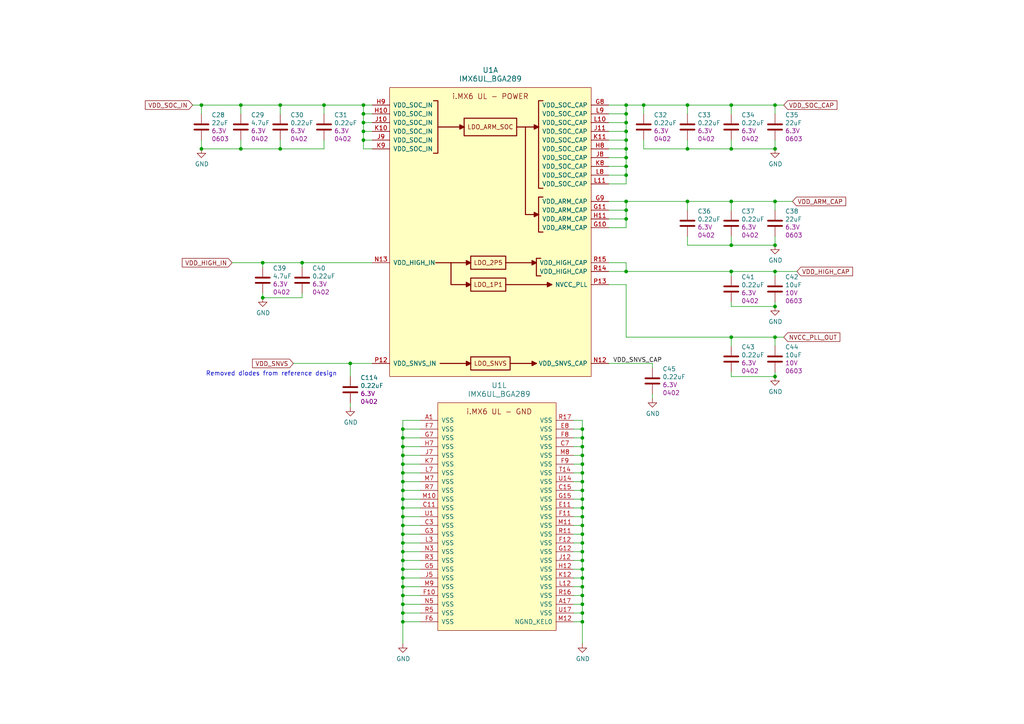
<source format=kicad_sch>
(kicad_sch (version 20211123) (generator eeschema)
  (paper "A4")
  (junction (at 224.79 78.74))
  (junction (at 105.41 40.64))
  (junction (at 116.84 170.18))
  (junction (at 224.79 43.18))
  (junction (at 105.41 35.56))
  (junction (at 199.39 43.18))
  (junction (at 116.84 139.7))
  (junction (at 116.84 147.32))
  (junction (at 105.41 30.48))
  (junction (at 116.84 144.78))
  (junction (at 212.09 30.48))
  (junction (at 181.61 78.74))
  (junction (at 105.41 38.1))
  (junction (at 116.84 162.56))
  (junction (at 168.91 147.32))
  (junction (at 168.91 172.72))
  (junction (at 116.84 157.48))
  (junction (at 168.91 142.24))
  (junction (at 116.84 154.94))
  (junction (at 199.39 30.48))
  (junction (at 116.84 180.34))
  (junction (at 224.79 88.9))
  (junction (at 81.28 43.18))
  (junction (at 168.91 157.48))
  (junction (at 181.61 60.96))
  (junction (at 116.84 149.86))
  (junction (at 168.91 154.94))
  (junction (at 168.91 132.08))
  (junction (at 168.91 170.18))
  (junction (at 168.91 165.1))
  (junction (at 168.91 152.4))
  (junction (at 168.91 162.56))
  (junction (at 181.61 40.64))
  (junction (at 116.84 142.24))
  (junction (at 168.91 144.78))
  (junction (at 76.2 76.2))
  (junction (at 186.69 30.48))
  (junction (at 224.79 109.22))
  (junction (at 116.84 175.26))
  (junction (at 116.84 134.62))
  (junction (at 168.91 134.62))
  (junction (at 116.84 167.64))
  (junction (at 93.98 30.48))
  (junction (at 168.91 129.54))
  (junction (at 168.91 167.64))
  (junction (at 87.63 76.2))
  (junction (at 116.84 160.02))
  (junction (at 116.84 129.54))
  (junction (at 168.91 175.26))
  (junction (at 224.79 58.42))
  (junction (at 76.2 86.36))
  (junction (at 212.09 97.79))
  (junction (at 168.91 137.16))
  (junction (at 168.91 180.34))
  (junction (at 181.61 45.72))
  (junction (at 212.09 58.42))
  (junction (at 181.61 30.48))
  (junction (at 116.84 177.8))
  (junction (at 224.79 30.48))
  (junction (at 116.84 132.08))
  (junction (at 69.85 43.18))
  (junction (at 116.84 127))
  (junction (at 168.91 124.46))
  (junction (at 181.61 48.26))
  (junction (at 69.85 30.48))
  (junction (at 116.84 124.46))
  (junction (at 168.91 177.8))
  (junction (at 168.91 160.02))
  (junction (at 212.09 43.18))
  (junction (at 58.42 30.48))
  (junction (at 116.84 165.1))
  (junction (at 224.79 71.12))
  (junction (at 224.79 97.79))
  (junction (at 168.91 139.7))
  (junction (at 199.39 58.42))
  (junction (at 212.09 71.12))
  (junction (at 101.6 105.41))
  (junction (at 181.61 58.42))
  (junction (at 212.09 78.74))
  (junction (at 181.61 43.18))
  (junction (at 105.41 33.02))
  (junction (at 116.84 152.4))
  (junction (at 116.84 172.72))
  (junction (at 116.84 137.16))
  (junction (at 181.61 50.8))
  (junction (at 58.42 43.18))
  (junction (at 181.61 33.02))
  (junction (at 81.28 30.48))
  (junction (at 168.91 127))
  (junction (at 181.61 63.5))
  (junction (at 181.61 35.56))
  (junction (at 168.91 149.86))
  (junction (at 181.61 38.1))
  (wire (pts (xy 212.09 97.79) (xy 212.09 100.33)))
  (wire (pts (xy 166.37 162.56) (xy 168.91 162.56)))
  (wire (pts (xy 168.91 149.86) (xy 168.91 152.4)))
  (wire (pts (xy 166.37 127) (xy 168.91 127)))
  (wire (pts (xy 224.79 30.48) (xy 227.33 30.48)))
  (wire (pts (xy 116.84 134.62) (xy 116.84 137.16)))
  (wire (pts (xy 121.92 149.86) (xy 116.84 149.86)))
  (wire (pts (xy 116.84 152.4) (xy 121.92 152.4)))
  (wire (pts (xy 181.61 82.55) (xy 181.61 97.79)))
  (wire (pts (xy 105.41 33.02) (xy 107.95 33.02)))
  (wire (pts (xy 116.84 172.72) (xy 121.92 172.72)))
  (wire (pts (xy 181.61 33.02) (xy 181.61 35.56)))
  (wire (pts (xy 168.91 165.1) (xy 168.91 167.64)))
  (wire (pts (xy 199.39 30.48) (xy 212.09 30.48)))
  (wire (pts (xy 176.53 58.42) (xy 181.61 58.42)))
  (wire (pts (xy 224.79 109.22) (xy 224.79 107.95)))
  (wire (pts (xy 181.61 58.42) (xy 181.61 60.96)))
  (wire (pts (xy 168.91 147.32) (xy 168.91 149.86)))
  (wire (pts (xy 166.37 124.46) (xy 168.91 124.46)))
  (wire (pts (xy 212.09 43.18) (xy 224.79 43.18)))
  (wire (pts (xy 93.98 33.02) (xy 93.98 30.48)))
  (wire (pts (xy 116.84 121.92) (xy 116.84 124.46)))
  (wire (pts (xy 116.84 167.64) (xy 121.92 167.64)))
  (wire (pts (xy 116.84 162.56) (xy 121.92 162.56)))
  (wire (pts (xy 107.95 38.1) (xy 105.41 38.1)))
  (wire (pts (xy 176.53 82.55) (xy 181.61 82.55)))
  (wire (pts (xy 116.84 142.24) (xy 121.92 142.24)))
  (wire (pts (xy 224.79 30.48) (xy 224.79 33.02)))
  (wire (pts (xy 186.69 40.64) (xy 186.69 43.18)))
  (wire (pts (xy 116.84 162.56) (xy 116.84 165.1)))
  (wire (pts (xy 105.41 33.02) (xy 105.41 35.56)))
  (wire (pts (xy 224.79 43.18) (xy 224.79 40.64)))
  (wire (pts (xy 212.09 58.42) (xy 212.09 60.96)))
  (wire (pts (xy 212.09 71.12) (xy 224.79 71.12)))
  (wire (pts (xy 199.39 71.12) (xy 212.09 71.12)))
  (wire (pts (xy 76.2 76.2) (xy 76.2 77.47)))
  (wire (pts (xy 168.91 177.8) (xy 168.91 180.34)))
  (wire (pts (xy 166.37 139.7) (xy 168.91 139.7)))
  (wire (pts (xy 121.92 121.92) (xy 116.84 121.92)))
  (wire (pts (xy 212.09 68.58) (xy 212.09 71.12)))
  (wire (pts (xy 69.85 43.18) (xy 58.42 43.18)))
  (wire (pts (xy 212.09 109.22) (xy 224.79 109.22)))
  (wire (pts (xy 181.61 78.74) (xy 212.09 78.74)))
  (wire (pts (xy 212.09 58.42) (xy 224.79 58.42)))
  (wire (pts (xy 212.09 78.74) (xy 212.09 80.01)))
  (wire (pts (xy 166.37 149.86) (xy 168.91 149.86)))
  (wire (pts (xy 116.84 172.72) (xy 116.84 175.26)))
  (wire (pts (xy 168.91 172.72) (xy 168.91 175.26)))
  (wire (pts (xy 166.37 180.34) (xy 168.91 180.34)))
  (wire (pts (xy 81.28 30.48) (xy 81.28 33.02)))
  (wire (pts (xy 116.84 180.34) (xy 121.92 180.34)))
  (wire (pts (xy 181.61 76.2) (xy 181.61 78.74)))
  (wire (pts (xy 116.84 127) (xy 116.84 129.54)))
  (wire (pts (xy 168.91 175.26) (xy 168.91 177.8)))
  (wire (pts (xy 121.92 129.54) (xy 116.84 129.54)))
  (wire (pts (xy 176.53 105.41) (xy 189.23 105.41)))
  (wire (pts (xy 69.85 30.48) (xy 69.85 33.02)))
  (wire (pts (xy 176.53 45.72) (xy 181.61 45.72)))
  (wire (pts (xy 116.84 124.46) (xy 116.84 127)))
  (wire (pts (xy 101.6 105.41) (xy 107.95 105.41)))
  (wire (pts (xy 116.84 175.26) (xy 121.92 175.26)))
  (wire (pts (xy 212.09 78.74) (xy 224.79 78.74)))
  (wire (pts (xy 116.84 132.08) (xy 116.84 134.62)))
  (wire (pts (xy 224.79 71.12) (xy 224.79 68.58)))
  (wire (pts (xy 101.6 116.84) (xy 101.6 118.11)))
  (wire (pts (xy 176.53 48.26) (xy 181.61 48.26)))
  (wire (pts (xy 212.09 40.64) (xy 212.09 43.18)))
  (wire (pts (xy 116.84 127) (xy 121.92 127)))
  (wire (pts (xy 224.79 78.74) (xy 224.79 80.01)))
  (wire (pts (xy 186.69 30.48) (xy 199.39 30.48)))
  (wire (pts (xy 166.37 129.54) (xy 168.91 129.54)))
  (wire (pts (xy 166.37 142.24) (xy 168.91 142.24)))
  (wire (pts (xy 166.37 144.78) (xy 168.91 144.78)))
  (wire (pts (xy 166.37 167.64) (xy 168.91 167.64)))
  (wire (pts (xy 189.23 105.41) (xy 189.23 106.68)))
  (wire (pts (xy 116.84 157.48) (xy 121.92 157.48)))
  (wire (pts (xy 121.92 165.1) (xy 116.84 165.1)))
  (wire (pts (xy 55.88 30.48) (xy 58.42 30.48)))
  (wire (pts (xy 224.79 88.9) (xy 224.79 87.63)))
  (wire (pts (xy 176.53 35.56) (xy 181.61 35.56)))
  (wire (pts (xy 224.79 60.96) (xy 224.79 58.42)))
  (wire (pts (xy 168.91 162.56) (xy 168.91 165.1)))
  (wire (pts (xy 181.61 30.48) (xy 181.61 33.02)))
  (wire (pts (xy 76.2 76.2) (xy 87.63 76.2)))
  (wire (pts (xy 93.98 30.48) (xy 105.41 30.48)))
  (wire (pts (xy 116.84 177.8) (xy 116.84 180.34)))
  (wire (pts (xy 166.37 172.72) (xy 168.91 172.72)))
  (wire (pts (xy 76.2 86.36) (xy 87.63 86.36)))
  (wire (pts (xy 166.37 175.26) (xy 168.91 175.26)))
  (wire (pts (xy 87.63 85.09) (xy 87.63 86.36)))
  (wire (pts (xy 212.09 33.02) (xy 212.09 30.48)))
  (wire (pts (xy 181.61 45.72) (xy 181.61 48.26)))
  (wire (pts (xy 116.84 149.86) (xy 116.84 152.4)))
  (wire (pts (xy 69.85 30.48) (xy 81.28 30.48)))
  (wire (pts (xy 176.53 50.8) (xy 181.61 50.8)))
  (wire (pts (xy 166.37 137.16) (xy 168.91 137.16)))
  (wire (pts (xy 166.37 160.02) (xy 168.91 160.02)))
  (wire (pts (xy 116.84 180.34) (xy 116.84 186.69)))
  (wire (pts (xy 212.09 97.79) (xy 224.79 97.79)))
  (wire (pts (xy 168.91 134.62) (xy 168.91 137.16)))
  (wire (pts (xy 199.39 58.42) (xy 212.09 58.42)))
  (wire (pts (xy 181.61 48.26) (xy 181.61 50.8)))
  (wire (pts (xy 168.91 124.46) (xy 168.91 127)))
  (wire (pts (xy 87.63 76.2) (xy 87.63 77.47)))
  (wire (pts (xy 121.92 124.46) (xy 116.84 124.46)))
  (wire (pts (xy 199.39 58.42) (xy 199.39 60.96)))
  (wire (pts (xy 81.28 40.64) (xy 81.28 43.18)))
  (wire (pts (xy 105.41 40.64) (xy 105.41 43.18)))
  (wire (pts (xy 181.61 63.5) (xy 181.61 66.04)))
  (wire (pts (xy 116.84 137.16) (xy 116.84 139.7)))
  (wire (pts (xy 121.92 154.94) (xy 116.84 154.94)))
  (wire (pts (xy 212.09 107.95) (xy 212.09 109.22)))
  (wire (pts (xy 116.84 139.7) (xy 116.84 142.24)))
  (wire (pts (xy 176.53 30.48) (xy 181.61 30.48)))
  (wire (pts (xy 116.84 157.48) (xy 116.84 160.02)))
  (wire (pts (xy 168.91 180.34) (xy 168.91 186.69)))
  (wire (pts (xy 224.79 78.74) (xy 231.14 78.74)))
  (wire (pts (xy 181.61 78.74) (xy 176.53 78.74)))
  (wire (pts (xy 116.84 175.26) (xy 116.84 177.8)))
  (wire (pts (xy 168.91 160.02) (xy 168.91 162.56)))
  (wire (pts (xy 105.41 40.64) (xy 107.95 40.64)))
  (wire (pts (xy 116.84 165.1) (xy 116.84 167.64)))
  (wire (pts (xy 116.84 129.54) (xy 116.84 132.08)))
  (wire (pts (xy 181.61 38.1) (xy 181.61 40.64)))
  (wire (pts (xy 168.91 142.24) (xy 168.91 144.78)))
  (wire (pts (xy 116.84 154.94) (xy 116.84 157.48)))
  (wire (pts (xy 81.28 30.48) (xy 93.98 30.48)))
  (wire (pts (xy 168.91 157.48) (xy 168.91 160.02)))
  (wire (pts (xy 181.61 35.56) (xy 181.61 38.1)))
  (wire (pts (xy 168.91 139.7) (xy 168.91 142.24)))
  (wire (pts (xy 224.79 58.42) (xy 229.87 58.42)))
  (wire (pts (xy 176.53 38.1) (xy 181.61 38.1)))
  (wire (pts (xy 212.09 88.9) (xy 224.79 88.9)))
  (wire (pts (xy 181.61 58.42) (xy 199.39 58.42)))
  (wire (pts (xy 116.84 147.32) (xy 121.92 147.32)))
  (wire (pts (xy 116.84 170.18) (xy 116.84 172.72)))
  (wire (pts (xy 93.98 40.64) (xy 93.98 43.18)))
  (wire (pts (xy 181.61 66.04) (xy 176.53 66.04)))
  (wire (pts (xy 181.61 43.18) (xy 181.61 45.72)))
  (wire (pts (xy 101.6 105.41) (xy 101.6 109.22)))
  (wire (pts (xy 87.63 76.2) (xy 107.95 76.2)))
  (wire (pts (xy 85.09 105.41) (xy 101.6 105.41)))
  (wire (pts (xy 189.23 114.3) (xy 189.23 115.57)))
  (wire (pts (xy 168.91 167.64) (xy 168.91 170.18)))
  (wire (pts (xy 105.41 43.18) (xy 107.95 43.18)))
  (wire (pts (xy 116.84 142.24) (xy 116.84 144.78)))
  (wire (pts (xy 116.84 132.08) (xy 121.92 132.08)))
  (wire (pts (xy 166.37 157.48) (xy 168.91 157.48)))
  (wire (pts (xy 166.37 132.08) (xy 168.91 132.08)))
  (wire (pts (xy 181.61 60.96) (xy 181.61 63.5)))
  (wire (pts (xy 168.91 154.94) (xy 168.91 157.48)))
  (wire (pts (xy 166.37 170.18) (xy 168.91 170.18)))
  (wire (pts (xy 166.37 121.92) (xy 168.91 121.92)))
  (wire (pts (xy 121.92 139.7) (xy 116.84 139.7)))
  (wire (pts (xy 116.84 152.4) (xy 116.84 154.94)))
  (wire (pts (xy 107.95 30.48) (xy 105.41 30.48)))
  (wire (pts (xy 76.2 86.36) (xy 76.2 85.09)))
  (wire (pts (xy 116.84 177.8) (xy 121.92 177.8)))
  (wire (pts (xy 116.84 167.64) (xy 116.84 170.18)))
  (wire (pts (xy 67.31 76.2) (xy 76.2 76.2)))
  (wire (pts (xy 199.39 43.18) (xy 199.39 40.64)))
  (wire (pts (xy 176.53 43.18) (xy 181.61 43.18)))
  (wire (pts (xy 168.91 170.18) (xy 168.91 172.72)))
  (wire (pts (xy 176.53 60.96) (xy 181.61 60.96)))
  (wire (pts (xy 181.61 40.64) (xy 181.61 43.18)))
  (wire (pts (xy 105.41 35.56) (xy 105.41 38.1)))
  (wire (pts (xy 168.91 132.08) (xy 168.91 134.62)))
  (wire (pts (xy 105.41 30.48) (xy 105.41 33.02)))
  (wire (pts (xy 58.42 43.18) (xy 58.42 40.64)))
  (wire (pts (xy 181.61 97.79) (xy 212.09 97.79)))
  (wire (pts (xy 176.53 76.2) (xy 181.61 76.2)))
  (wire (pts (xy 168.91 144.78) (xy 168.91 147.32)))
  (wire (pts (xy 116.84 170.18) (xy 121.92 170.18)))
  (wire (pts (xy 166.37 165.1) (xy 168.91 165.1)))
  (wire (pts (xy 224.79 97.79) (xy 224.79 100.33)))
  (wire (pts (xy 166.37 152.4) (xy 168.91 152.4)))
  (wire (pts (xy 199.39 43.18) (xy 212.09 43.18)))
  (wire (pts (xy 116.84 137.16) (xy 121.92 137.16)))
  (wire (pts (xy 166.37 154.94) (xy 168.91 154.94)))
  (wire (pts (xy 121.92 134.62) (xy 116.84 134.62)))
  (wire (pts (xy 176.53 63.5) (xy 181.61 63.5)))
  (wire (pts (xy 186.69 43.18) (xy 199.39 43.18)))
  (wire (pts (xy 116.84 147.32) (xy 116.84 149.86)))
  (wire (pts (xy 121.92 144.78) (xy 116.84 144.78)))
  (wire (pts (xy 199.39 68.58) (xy 199.39 71.12)))
  (wire (pts (xy 105.41 35.56) (xy 107.95 35.56)))
  (wire (pts (xy 116.84 144.78) (xy 116.84 147.32)))
  (wire (pts (xy 212.09 30.48) (xy 224.79 30.48)))
  (wire (pts (xy 176.53 40.64) (xy 181.61 40.64)))
  (wire (pts (xy 199.39 33.02) (xy 199.39 30.48)))
  (wire (pts (xy 69.85 40.64) (xy 69.85 43.18)))
  (wire (pts (xy 58.42 30.48) (xy 69.85 30.48)))
  (wire (pts (xy 181.61 50.8) (xy 181.61 53.34)))
  (wire (pts (xy 168.91 137.16) (xy 168.91 139.7)))
  (wire (pts (xy 181.61 53.34) (xy 176.53 53.34)))
  (wire (pts (xy 181.61 30.48) (xy 186.69 30.48)))
  (wire (pts (xy 121.92 160.02) (xy 116.84 160.02)))
  (wire (pts (xy 166.37 177.8) (xy 168.91 177.8)))
  (wire (pts (xy 81.28 43.18) (xy 69.85 43.18)))
  (wire (pts (xy 212.09 87.63) (xy 212.09 88.9)))
  (wire (pts (xy 176.53 33.02) (xy 181.61 33.02)))
  (wire (pts (xy 166.37 147.32) (xy 168.91 147.32)))
  (wire (pts (xy 166.37 134.62) (xy 168.91 134.62)))
  (wire (pts (xy 168.91 152.4) (xy 168.91 154.94)))
  (wire (pts (xy 168.91 121.92) (xy 168.91 124.46)))
  (wire (pts (xy 93.98 43.18) (xy 81.28 43.18)))
  (wire (pts (xy 168.91 129.54) (xy 168.91 132.08)))
  (wire (pts (xy 186.69 33.02) (xy 186.69 30.48)))
  (wire (pts (xy 116.84 160.02) (xy 116.84 162.56)))
  (wire (pts (xy 105.41 38.1) (xy 105.41 40.64)))
  (wire (pts (xy 58.42 30.48) (xy 58.42 33.02)))
  (wire (pts (xy 168.91 127) (xy 168.91 129.54)))
  (wire (pts (xy 224.79 97.79) (xy 227.33 97.79)))
  (text "Removed diodes from reference design" (at 59.69 109.22 0) (effects (font (size 1.27 1.27)) (justify left bottom)))
  (label "VDD_SNVS_CAP" (at 177.8 105.41 0))
  (global_label "VDD_SOC_CAP" (shape input) (at 227.33 30.48 0) (property "Intersheet References" "${INTERSHEET_REFS}" (effects hide)))
  (global_label "VDD_ARM_CAP" (shape input) (at 229.87 58.42 0) (property "Intersheet References" "${INTERSHEET_REFS}" (effects hide)))
  (global_label "VDD_SOC_IN" (shape input) (at 55.88 30.48 180) (property "Intersheet References" "${INTERSHEET_REFS}" (effects hide)))
  (global_label "VDD_SNVS" (shape input) (at 85.09 105.41 180) (property "Intersheet References" "${INTERSHEET_REFS}" (effects hide)))
  (global_label "VDD_HIGH_IN" (shape input) (at 67.31 76.2 180) (property "Intersheet References" "${INTERSHEET_REFS}" (effects hide)))
  (global_label "VDD_HIGH_CAP" (shape input) (at 231.14 78.74 0) (property "Intersheet References" "${INTERSHEET_REFS}" (effects hide)))
  (global_label "NVCC_PLL_OUT" (shape input) (at 227.33 97.79 0) (property "Intersheet References" "${INTERSHEET_REFS}" (effects hide)))
  (symbol (lib_id "custom_components:IMX6UL_BGA289") (at 142.24 25.4 0) (unit 1)
    (property "Reference" "U1" (at 142.24 20.32 0) (effects (font (size 1.524 1.524))))
    (property "Value" "IMX6UL_BGA289" (at 142.24 22.86 0) (effects (font (size 1.524 1.524))))
    (property "Footprint" "Custom Components:IMX6UL_BGA289" (effects hide))
    (property "DESCRIPTION" "ARM Cortex-A7 USB OTG 900MHz MAPBGA-289(14x14) Microcontroller Units (MCUs/MPUs/SOCs) ROHS" (effects hide))
    (property "LCSC" "C1555437" (effects hide))
    (property "MPN" "MCIMX6Z0DVM09AB" (effects hide))
    (property "PACKAGE" "C0402_CS" (effects hide))
  )
  (symbol (lib_id "custom_components:IMX6UL_BGA289") (at 144.78 116.84 0) (unit 12)
    (property "Reference" "U1" (at 144.78 111.76 0) (effects (font (size 1.524 1.524))))
    (property "Value" "IMX6UL_BGA289" (at 144.78 114.3 0) (effects (font (size 1.524 1.524))))
    (property "Footprint" "Custom Components:IMX6UL_BGA289" (effects hide))
    (property "DESCRIPTION" "ARM Cortex-A7 USB OTG 900MHz MAPBGA-289(14x14) Microcontroller Units (MCUs/MPUs/SOCs) ROHS" (effects hide))
    (property "LCSC" "C1555437" (effects hide))
    (property "MPN" "MCIMX6Z0DVM09AB" (effects hide))
    (property "PACKAGE" "C0402_CS" (effects hide))
  )
  (symbol (lib_id "Device:C") (at 58.42 36.83 0) (unit 1)
    (property "Reference" "C28" (at 61.341 33.3502 0) (effects (justify left)))
    (property "Value" "22uF" (at 61.341 35.6616 0) (effects (justify left)))
    (property "Footprint" "Custom Components:C_0603_narrow" (effects hide))
    (property "Voltage" "6.3V" (at 61.341 37.973 0) (effects (justify left)))
    (property "SMD size" "0603" (at 61.341 40.2844 0) (effects (justify left)))
    (property "LCSC" "C59461" (effects hide))
    (property "MPN" "CL10A226MQ8NRNC" (effects hide))
    (property "DESCRIPTION" "CAP CER 22UF 4V X5R 0603" (effects hide))
    (property "PACKAGE" "0603" (effects hide))
  )
  (symbol (lib_id "Device:C") (at 69.85 36.83 0) (unit 1)
    (property "Reference" "C29" (at 72.771 33.3502 0) (effects (justify left)))
    (property "Value" "4.7uF" (at 72.771 35.6616 0) (effects (justify left)))
    (property "Footprint" "Custom Components:C_0402_narrow" (effects hide))
    (property "Voltage" "6.3V" (at 72.771 37.973 0) (effects (justify left)))
    (property "SMD size" "0402" (at 72.771 40.2844 0) (effects (justify left)))
    (property "LCSC" "C23733" (effects hide))
    (property "MPN" "CL05A475MP5NRNC" (effects hide))
    (property "PACKAGE" "0402" (effects hide))
    (property "DESCRIPTION" "CAP CER 4.7UF 6.3V X6S 0402" (effects hide))
  )
  (symbol (lib_id "Device:C") (at 81.28 36.83 0) (unit 1)
    (property "Reference" "C30" (at 84.201 33.3502 0) (effects (justify left)))
    (property "Value" "0.22uF" (at 84.201 35.6616 0) (effects (justify left)))
    (property "Footprint" "Custom Components:C_0402_narrow" (effects hide))
    (property "Voltage" "6.3V" (at 84.201 37.973 0) (effects (justify left)))
    (property "SMD size" "0402" (at 84.201 40.2844 0) (effects (justify left)))
    (property "LCSC" "C16772" (effects hide))
    (property "MPN" "CL05B224KO5NNNC" (effects hide))
    (property "DESCRIPTION" "CAP CER 0.22UF 25V X7R 0402" (effects hide))
    (property "PACKAGE" "0402" (effects hide))
  )
  (symbol (lib_id "Device:C") (at 93.98 36.83 0) (unit 1)
    (property "Reference" "C31" (at 96.901 33.3502 0) (effects (justify left)))
    (property "Value" "0.22uF" (at 96.901 35.6616 0) (effects (justify left)))
    (property "Footprint" "Custom Components:C_0402_narrow" (effects hide))
    (property "Voltage" "6.3V" (at 96.901 37.973 0) (effects (justify left)))
    (property "SMD size" "0402" (at 96.901 40.2844 0) (effects (justify left)))
    (property "LCSC" "C16772" (effects hide))
    (property "MPN" "CL05B224KO5NNNC" (effects hide))
    (property "DESCRIPTION" "CAP CER 0.22UF 25V X7R 0402" (effects hide))
    (property "PACKAGE" "0402" (effects hide))
  )
  (symbol (lib_id "Device:C") (at 76.2 81.28 0) (unit 1)
    (property "Reference" "C39" (at 79.121 77.8002 0) (effects (justify left)))
    (property "Value" "4.7uF" (at 79.121 80.1116 0) (effects (justify left)))
    (property "Footprint" "Custom Components:C_0402_narrow" (effects hide))
    (property "Voltage" "6.3V" (at 79.121 82.423 0) (effects (justify left)))
    (property "SMD size" "0402" (at 79.121 84.7344 0) (effects (justify left)))
    (property "LCSC" "C23733" (effects hide))
    (property "MPN" "CL05A475MP5NRNC" (effects hide))
    (property "PACKAGE" "0402" (effects hide))
    (property "DESCRIPTION" "CAP CER 4.7UF 6.3V X6S 0402" (effects hide))
  )
  (symbol (lib_id "Device:C") (at 87.63 81.28 0) (unit 1)
    (property "Reference" "C40" (at 90.551 77.8002 0) (effects (justify left)))
    (property "Value" "0.22uF" (at 90.551 80.1116 0) (effects (justify left)))
    (property "Footprint" "Custom Components:C_0402_narrow" (effects hide))
    (property "Voltage" "6.3V" (at 90.551 82.423 0) (effects (justify left)))
    (property "SMD size" "0402" (at 90.551 84.7344 0) (effects (justify left)))
    (property "LCSC" "C16772" (effects hide))
    (property "MPN" "CL05B224KO5NNNC" (effects hide))
    (property "DESCRIPTION" "CAP CER 0.22UF 25V X7R 0402" (effects hide))
    (property "PACKAGE" "0402" (effects hide))
  )
  (symbol (lib_id "Device:C") (at 224.79 64.77 0) (unit 1)
    (property "Reference" "C38" (at 227.711 61.2902 0) (effects (justify left)))
    (property "Value" "22uF" (at 227.711 63.6016 0) (effects (justify left)))
    (property "Footprint" "Custom Components:C_0603_narrow" (effects hide))
    (property "Voltage" "6.3V" (at 227.711 65.913 0) (effects (justify left)))
    (property "SMD size" "0603" (at 227.711 68.2244 0) (effects (justify left)))
    (property "LCSC" "C59461" (effects hide))
    (property "MPN" "CL10A226MQ8NRNC" (effects hide))
    (property "DESCRIPTION" "CAP CER 22UF 4V X5R 0603" (effects hide))
    (property "PACKAGE" "0603" (effects hide))
  )
  (symbol (lib_id "Device:C") (at 212.09 64.77 0) (unit 1)
    (property "Reference" "C37" (at 215.011 61.2902 0) (effects (justify left)))
    (property "Value" "0.22uF" (at 215.011 63.6016 0) (effects (justify left)))
    (property "Footprint" "Custom Components:C_0402_narrow" (effects hide))
    (property "Voltage" "6.3V" (at 215.011 65.913 0) (effects (justify left)))
    (property "SMD size" "0402" (at 215.011 68.2244 0) (effects (justify left)))
    (property "LCSC" "C16772" (effects hide))
    (property "MPN" "CL05B224KO5NNNC" (effects hide))
    (property "DESCRIPTION" "CAP CER 0.22UF 25V X7R 0402" (effects hide))
    (property "PACKAGE" "0402" (effects hide))
  )
  (symbol (lib_id "Device:C") (at 199.39 64.77 0) (unit 1)
    (property "Reference" "C36" (at 202.311 61.2902 0) (effects (justify left)))
    (property "Value" "0.22uF" (at 202.311 63.6016 0) (effects (justify left)))
    (property "Footprint" "Custom Components:C_0402_narrow" (effects hide))
    (property "Voltage" "6.3V" (at 202.311 65.913 0) (effects (justify left)))
    (property "SMD size" "0402" (at 202.311 68.2244 0) (effects (justify left)))
    (property "LCSC" "C16772" (effects hide))
    (property "MPN" "CL05B224KO5NNNC" (effects hide))
    (property "DESCRIPTION" "CAP CER 0.22UF 25V X7R 0402" (effects hide))
    (property "PACKAGE" "0402" (effects hide))
  )
  (symbol (lib_id "Device:C") (at 186.69 36.83 0) (unit 1)
    (property "Reference" "C32" (at 189.611 33.3502 0) (effects (justify left)))
    (property "Value" "0.22uF" (at 189.611 35.6616 0) (effects (justify left)))
    (property "Footprint" "Custom Components:C_0402_narrow" (effects hide))
    (property "Voltage" "6.3V" (at 189.611 37.973 0) (effects (justify left)))
    (property "SMD size" "0402" (at 189.611 40.2844 0) (effects (justify left)))
    (property "LCSC" "C16772" (effects hide))
    (property "MPN" "CL05B224KO5NNNC" (effects hide))
    (property "DESCRIPTION" "CAP CER 0.22UF 25V X7R 0402" (effects hide))
    (property "PACKAGE" "0402" (effects hide))
  )
  (symbol (lib_id "Device:C") (at 199.39 36.83 0) (unit 1)
    (property "Reference" "C33" (at 202.311 33.3502 0) (effects (justify left)))
    (property "Value" "0.22uF" (at 202.311 35.6616 0) (effects (justify left)))
    (property "Footprint" "Custom Components:C_0402_narrow" (effects hide))
    (property "Voltage" "6.3V" (at 202.311 37.973 0) (effects (justify left)))
    (property "SMD size" "0402" (at 202.311 40.2844 0) (effects (justify left)))
    (property "LCSC" "C16772" (effects hide))
    (property "MPN" "CL05B224KO5NNNC" (effects hide))
    (property "DESCRIPTION" "CAP CER 0.22UF 25V X7R 0402" (effects hide))
    (property "PACKAGE" "0402" (effects hide))
  )
  (symbol (lib_id "Device:C") (at 212.09 36.83 0) (unit 1)
    (property "Reference" "C34" (at 215.011 33.3502 0) (effects (justify left)))
    (property "Value" "0.22uF" (at 215.011 35.6616 0) (effects (justify left)))
    (property "Footprint" "Custom Components:C_0402_narrow" (effects hide))
    (property "Voltage" "6.3V" (at 215.011 37.973 0) (effects (justify left)))
    (property "SMD size" "0402" (at 215.011 40.2844 0) (effects (justify left)))
    (property "LCSC" "C16772" (effects hide))
    (property "MPN" "CL05B224KO5NNNC" (effects hide))
    (property "DESCRIPTION" "CAP CER 0.22UF 25V X7R 0402" (effects hide))
    (property "PACKAGE" "0402" (effects hide))
  )
  (symbol (lib_id "Device:C") (at 224.79 36.83 0) (unit 1)
    (property "Reference" "C35" (at 227.711 33.3502 0) (effects (justify left)))
    (property "Value" "22uF" (at 227.711 35.6616 0) (effects (justify left)))
    (property "Footprint" "Custom Components:C_0603_narrow" (effects hide))
    (property "Voltage" "6.3V" (at 227.711 37.973 0) (effects (justify left)))
    (property "SMD size" "0603" (at 227.711 40.2844 0) (effects (justify left)))
    (property "LCSC" "C59461" (effects hide))
    (property "MPN" "CL10A226MQ8NRNC" (effects hide))
    (property "DESCRIPTION" "CAP CER 22UF 4V X5R 0603" (effects hide))
    (property "PACKAGE" "0603" (effects hide))
  )
  (symbol (lib_id "Device:C") (at 212.09 83.82 0) (unit 1)
    (property "Reference" "C41" (at 215.011 80.3402 0) (effects (justify left)))
    (property "Value" "0.22uF" (at 215.011 82.6516 0) (effects (justify left)))
    (property "Footprint" "Custom Components:C_0402_narrow" (effects hide))
    (property "Voltage" "6.3V" (at 215.011 84.963 0) (effects (justify left)))
    (property "SMD size" "0402" (at 215.011 87.2744 0) (effects (justify left)))
    (property "LCSC" "C16772" (effects hide))
    (property "MPN" "CL05B224KO5NNNC" (effects hide))
    (property "DESCRIPTION" "CAP CER 0.22UF 25V X7R 0402" (effects hide))
    (property "PACKAGE" "0402" (effects hide))
  )
  (symbol (lib_id "Device:C") (at 224.79 83.82 0) (unit 1)
    (property "Reference" "C42" (at 227.711 80.3402 0) (effects (justify left)))
    (property "Value" "10uF" (at 227.711 82.6516 0) (effects (justify left)))
    (property "Footprint" "Custom Components:C_0603_narrow" (effects hide))
    (property "Voltage" "10V" (at 227.711 84.963 0) (effects (justify left)))
    (property "SMD size" "0603" (at 227.711 87.2744 0) (effects (justify left)))
    (property "LCSC" "C96446" (effects hide))
    (property "MPN" "CL10A106MA8NRNC" (effects hide))
    (property "DESCRIPTION" "CAP CER 10UF 4V X6S 0603" (effects hide))
    (property "PACKAGE" "0603" (effects hide))
  )
  (symbol (lib_id "Device:C") (at 212.09 104.14 0) (unit 1)
    (property "Reference" "C43" (at 215.011 100.6602 0) (effects (justify left)))
    (property "Value" "0.22uF" (at 215.011 102.9716 0) (effects (justify left)))
    (property "Footprint" "Custom Components:C_0402_narrow" (effects hide))
    (property "Voltage" "6.3V" (at 215.011 105.283 0) (effects (justify left)))
    (property "SMD size" "0402" (at 215.011 107.5944 0) (effects (justify left)))
    (property "LCSC" "C16772" (effects hide))
    (property "MPN" "CL05B224KO5NNNC" (effects hide))
    (property "DESCRIPTION" "CAP CER 0.22UF 25V X7R 0402" (effects hide))
    (property "PACKAGE" "0402" (effects hide))
  )
  (symbol (lib_id "Device:C") (at 224.79 104.14 0) (unit 1)
    (property "Reference" "C44" (at 227.711 100.6602 0) (effects (justify left)))
    (property "Value" "10uF" (at 227.711 102.9716 0) (effects (justify left)))
    (property "Footprint" "Custom Components:C_0603_narrow" (effects hide))
    (property "Voltage" "10V" (at 227.711 105.283 0) (effects (justify left)))
    (property "SMD size" "0603" (at 227.711 107.5944 0) (effects (justify left)))
    (property "LCSC" "C96446" (effects hide))
    (property "MPN" "CL10A106MA8NRNC" (effects hide))
    (property "DESCRIPTION" "CAP CER 10UF 4V X6S 0603" (effects hide))
    (property "PACKAGE" "0603" (effects hide))
  )
  (symbol (lib_id "Device:C") (at 189.23 110.49 0) (unit 1)
    (property "Reference" "C45" (at 192.151 107.0102 0) (effects (justify left)))
    (property "Value" "0.22uF" (at 192.151 109.3216 0) (effects (justify left)))
    (property "Footprint" "Custom Components:C_0402_narrow" (effects hide))
    (property "Voltage" "6.3V" (at 192.151 111.633 0) (effects (justify left)))
    (property "SMD size" "0402" (at 192.151 113.9444 0) (effects (justify left)))
    (property "LCSC" "C16772" (effects hide))
    (property "MPN" "CL05B224KO5NNNC" (effects hide))
    (property "DESCRIPTION" "CAP CER 0.22UF 25V X7R 0402" (effects hide))
    (property "PACKAGE" "0402" (effects hide))
  )
  (symbol (lib_id "power:GND") (at 168.91 186.69 0) (unit 1)
    (property "Reference" "#PWR019" (effects hide))
    (property "Value" "GND" (at 169.037 191.0842 0))
  )
  (symbol (lib_id "power:GND") (at 116.84 186.69 0) (unit 1)
    (property "Reference" "#PWR018" (effects hide))
    (property "Value" "GND" (at 116.967 191.0842 0))
  )
  (symbol (lib_id "power:GND") (at 189.23 115.57 0) (unit 1)
    (property "Reference" "#PWR017" (effects hide))
    (property "Value" "GND" (at 189.357 119.9642 0))
  )
  (symbol (lib_id "power:GND") (at 224.79 109.22 0) (unit 1)
    (property "Reference" "#PWR016" (effects hide))
    (property "Value" "GND" (at 224.917 113.6142 0))
  )
  (symbol (lib_id "power:GND") (at 224.79 88.9 0) (unit 1)
    (property "Reference" "#PWR015" (effects hide))
    (property "Value" "GND" (at 224.917 93.2942 0))
  )
  (symbol (lib_id "power:GND") (at 224.79 71.12 0) (unit 1)
    (property "Reference" "#PWR013" (effects hide))
    (property "Value" "GND" (at 224.917 75.5142 0))
  )
  (symbol (lib_id "power:GND") (at 224.79 43.18 0) (unit 1)
    (property "Reference" "#PWR012" (effects hide))
    (property "Value" "GND" (at 224.917 47.5742 0))
  )
  (symbol (lib_id "power:GND") (at 58.42 43.18 0) (unit 1)
    (property "Reference" "#PWR011" (effects hide))
    (property "Value" "GND" (at 58.547 47.5742 0))
  )
  (symbol (lib_id "power:GND") (at 76.2 86.36 0) (unit 1)
    (property "Reference" "#PWR014" (effects hide))
    (property "Value" "GND" (at 76.327 90.7542 0))
  )
  (symbol (lib_id "Device:C") (at 101.6 113.03 0) (unit 1)
    (property "Reference" "C114" (at 104.521 109.5502 0) (effects (justify left)))
    (property "Value" "0.22uF" (at 104.521 111.8616 0) (effects (justify left)))
    (property "Footprint" "Custom Components:C_0402_narrow" (effects hide))
    (property "Voltage" "6.3V" (at 104.521 114.173 0) (effects (justify left)))
    (property "SMD size" "0402" (at 104.521 116.4844 0) (effects (justify left)))
    (property "LCSC" "C16772" (effects hide))
    (property "MPN" "CL05B224KO5NNNC" (effects hide))
    (property "DESCRIPTION" "CAP CER 0.22UF 25V X7R 0402" (effects hide))
    (property "PACKAGE" "0402" (effects hide))
  )
  (symbol (lib_id "power:GND") (at 101.6 118.11 0) (unit 1)
    (property "Reference" "#PWR0119" (effects hide))
    (property "Value" "GND" (at 101.727 122.5042 0))
  )
)
</source>
